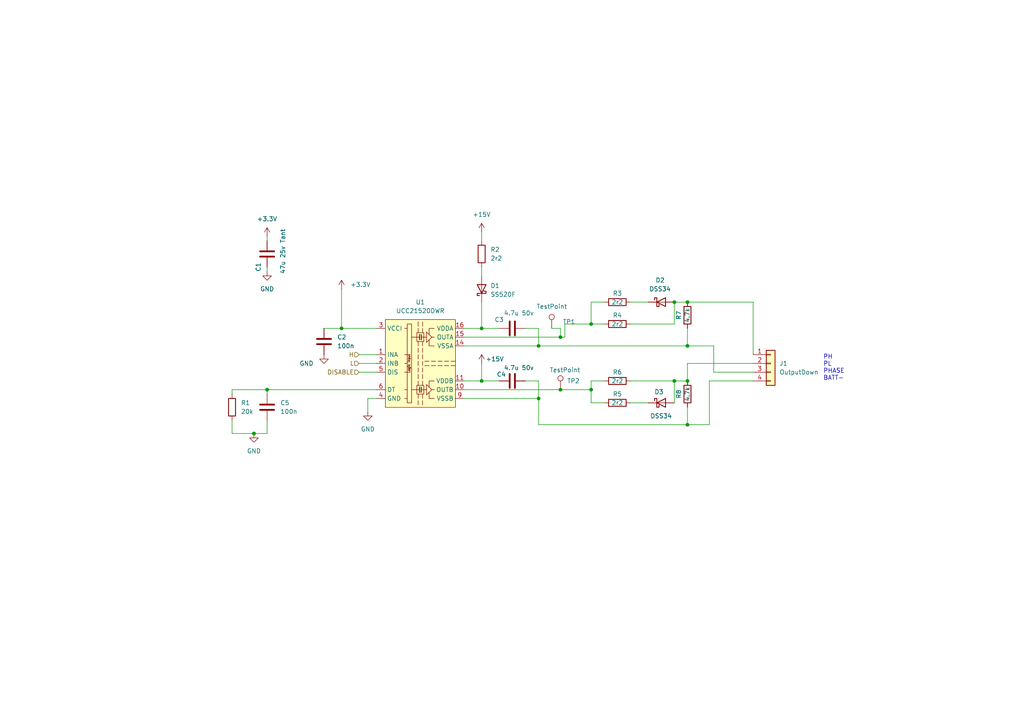
<source format=kicad_sch>
(kicad_sch (version 20230121) (generator eeschema)
  (paper "A4")
  (lib_symbols
    (symbol "Connector:TestPoint" (pin_numbers hide) (pin_names (offset 0.762) hide)
      (property "Reference" "TP" (at 0 6.858 0))
      (property "Value" "TestPoint" (at 0 5.08 0))
      (symbol "TestPoint_0_1"
        (circle (center 0 3.302) (radius 0.762))
      )
      (symbol "TestPoint_1_1"
        (pin passive line (at 0 0 90) (length 2.54) (name "1") (number "1"))
      )
    )
    (symbol "Connector_Generic:Conn_01x04" (pin_names (offset 1.016) hide)
      (property "Reference" "J" (at 0 5.08 0))
      (property "Value" "Conn_01x04" (at 0 -7.62 0))
      (symbol "Conn_01x04_1_1"
        (rectangle (start -1.27 -4.953) (end 0 -5.207) (stroke (width 0.1524)))
        (rectangle (start -1.27 -2.413) (end 0 -2.667) (stroke (width 0.1524)))
        (rectangle (start -1.27 0.127) (end 0 -0.127) (stroke (width 0.1524)))
        (rectangle (start -1.27 2.667) (end 0 2.413) (stroke (width 0.1524)))
        (rectangle (start -1.27 3.81) (end 1.27 -6.35) (stroke (width 0.254)) (fill (type background)))
        (pin passive line (at -5.08 2.54 0) (length 3.81) (name "Pin_1") (number "1"))
        (pin passive line (at -5.08 0 0) (length 3.81) (name "Pin_2") (number "2"))
        (pin passive line (at -5.08 -2.54 0) (length 3.81) (name "Pin_3") (number "3"))
        (pin passive line (at -5.08 -5.08 0) (length 3.81) (name "Pin_4") (number "4"))
      )
    )
    (symbol "Device:C" (pin_numbers hide) (pin_names (offset 0.254))
      (property "Reference" "C" (at 0.635 2.54 0))
      (property "Value" "C" (at 0.635 -2.54 0))
      (symbol "C_0_1"
        (polyline (pts (xy -2.032 -0.762) (xy 2.032 -0.762)) (stroke (width 0.508)))
        (polyline (pts (xy -2.032 0.762) (xy 2.032 0.762)) (stroke (width 0.508)))
      )
      (symbol "C_1_1"
        (pin passive line (at 0 3.81 270) (length 2.794) (name "~") (number "1"))
        (pin passive line (at 0 -3.81 90) (length 2.794) (name "~") (number "2"))
      )
    )
    (symbol "Device:D_Schottky" (pin_numbers hide) (pin_names (offset 1.016) hide)
      (property "Reference" "D" (at 0 2.54 0))
      (property "Value" "D_Schottky" (at 0 -2.54 0))
      (symbol "D_Schottky_0_1"
        (polyline (pts (xy 1.27 0) (xy -1.27 0)))
        (polyline (pts (xy 1.27 1.27) (xy 1.27 -1.27) (xy -1.27 0) (xy 1.27 1.27)) (stroke (width 0.254)))
        (polyline (pts (xy -1.905 0.635) (xy -1.905 1.27) (xy -1.27 1.27) (xy -1.27 -1.27) (xy -0.635 -1.27) (xy -0.635 -0.635)) (stroke (width 0.254)))
      )
      (symbol "D_Schottky_1_1"
        (pin passive line (at -3.81 0 0) (length 2.54) (name "K") (number "1"))
        (pin passive line (at 3.81 0 180) (length 2.54) (name "A") (number "2"))
      )
    )
    (symbol "Device:R" (pin_numbers hide) (pin_names (offset 0))
      (property "Reference" "R" (at 2.032 0 90))
      (property "Value" "R" (at 0 0 90))
      (symbol "R_0_1"
        (rectangle (start -1.016 -2.54) (end 1.016 2.54) (stroke (width 0.254)))
      )
      (symbol "R_1_1"
        (pin passive line (at 0 3.81 270) (length 1.27) (name "~") (number "1"))
        (pin passive line (at 0 -3.81 90) (length 1.27) (name "~") (number "2"))
      )
    )
    (symbol "Driver_FET:UCC21520DW"
      (property "Reference" "U" (at 0 16.51 0))
      (property "Value" "UCC21520DW" (at 0 13.97 0))
      (symbol "UCC21520DW_0_0"
        (polyline (pts (xy -0.635 6.35) (xy -0.635 5.08)))
        (polyline (pts (xy -0.635 10.16) (xy -0.635 8.89)))
        (polyline (pts (xy -0.635 12.065) (xy -0.635 10.795)))
        (polyline (pts (xy -0.254 -7.62) (xy -2.54 -7.62)))
        (polyline (pts (xy -0.254 -6.858) (xy -0.254 -8.382)) (stroke (width 0.254)))
        (polyline (pts (xy -0.254 7.62) (xy -2.54 7.62)))
        (polyline (pts (xy -0.254 8.382) (xy -0.254 6.858)) (stroke (width 0.254)))
        (polyline (pts (xy 0.254 -7.62) (xy 1.778 -7.62)))
        (polyline (pts (xy 0.254 -6.858) (xy 0.254 -8.382)) (stroke (width 0.254)))
        (polyline (pts (xy 0.254 7.62) (xy 1.778 7.62)))
        (polyline (pts (xy 0.254 8.382) (xy 0.254 6.858)) (stroke (width 0.254)))
        (polyline (pts (xy 0.635 6.35) (xy 0.635 5.08)))
        (polyline (pts (xy 0.635 8.89) (xy 0.635 10.16)))
        (polyline (pts (xy 0.635 10.795) (xy 0.635 12.065)))
        (polyline (pts (xy 2.54 -0.635) (xy 1.27 -0.635)))
        (polyline (pts (xy 2.54 0.635) (xy 1.27 0.635)))
        (polyline (pts (xy 4.064 -7.62) (xy 3.302 -7.62)))
        (polyline (pts (xy 4.064 7.62) (xy 3.302 7.62)))
        (polyline (pts (xy 4.445 -0.635) (xy 3.175 -0.635)))
        (polyline (pts (xy 4.445 0.635) (xy 3.175 0.635)))
        (polyline (pts (xy 6.35 -0.635) (xy 5.08 -0.635)))
        (polyline (pts (xy 6.35 0.635) (xy 5.08 0.635)))
        (polyline (pts (xy 8.255 -0.635) (xy 6.985 -0.635)))
        (polyline (pts (xy 8.255 0.635) (xy 6.985 0.635)))
        (polyline (pts (xy 10.16 -0.635) (xy 8.89 -0.635)))
        (polyline (pts (xy 10.16 0.635) (xy 8.89 0.635)))
        (polyline (pts (xy 4.064 -10.16) (xy 2.54 -10.16) (xy 2.54 -8.382)))
        (polyline (pts (xy 4.064 -5.08) (xy 2.54 -5.08) (xy 2.54 -6.858)))
        (polyline (pts (xy 4.064 5.08) (xy 2.54 5.08) (xy 2.54 6.858)))
        (polyline (pts (xy 4.064 10.16) (xy 2.54 10.16) (xy 2.54 8.382)))
        (polyline (pts (xy 3.302 -7.62) (xy 1.778 -9.144) (xy 1.778 -6.096) (xy 3.302 -7.62)))
        (polyline (pts (xy 3.302 7.62) (xy 1.778 6.096) (xy 1.778 9.144) (xy 3.302 7.62)))
        (rectangle (start 1.016 -6.35) (end -1.016 -8.89))
        (rectangle (start 1.016 8.89) (end -1.016 6.35))
        (text "Logic Input" (at -3.302 0 900) (effects (font (size 0.635 0.635))))
      )
      (symbol "UCC21520DW_0_1"
        (rectangle (start -3.81 11.43) (end -2.54 -11.43))
        (polyline (pts (xy -3.81 -10.16) (xy -4.572 -10.16)))
        (polyline (pts (xy -3.81 -7.62) (xy -4.572 -7.62)))
        (polyline (pts (xy -3.81 -2.54) (xy -4.572 -2.54)))
        (polyline (pts (xy -3.81 0) (xy -4.572 0)))
        (polyline (pts (xy -3.81 2.54) (xy -4.572 2.54)))
        (polyline (pts (xy -3.81 10.16) (xy -4.572 10.16)))
        (polyline (pts (xy -0.635 -10.795) (xy -0.635 -12.065)))
        (polyline (pts (xy -0.635 -8.89) (xy -0.635 -10.16)))
        (polyline (pts (xy -0.635 -5.08) (xy -0.635 -6.35)))
        (polyline (pts (xy -0.635 -3.175) (xy -0.635 -4.445)))
        (polyline (pts (xy -0.635 -1.27) (xy -0.635 -2.54)))
        (polyline (pts (xy -0.635 0.635) (xy -0.635 -0.635)))
        (polyline (pts (xy -0.635 2.54) (xy -0.635 1.27)))
        (polyline (pts (xy -0.635 4.445) (xy -0.635 3.175)))
        (polyline (pts (xy 0.635 -10.795) (xy 0.635 -12.065)))
        (polyline (pts (xy 0.635 -8.89) (xy 0.635 -10.16)))
        (polyline (pts (xy 0.635 -5.08) (xy 0.635 -6.35)))
        (polyline (pts (xy 0.635 -3.175) (xy 0.635 -4.445)))
        (polyline (pts (xy 0.635 -1.27) (xy 0.635 -2.54)))
        (polyline (pts (xy 0.635 0.635) (xy 0.635 -0.635)))
        (polyline (pts (xy 0.635 2.54) (xy 0.635 1.27)))
        (polyline (pts (xy 0.635 4.445) (xy 0.635 3.175)))
        (rectangle (start 10.16 12.7) (end -10.16 -12.7) (fill (type background)))
      )
      (symbol "UCC21520DW_1_1"
        (pin input line (at -12.7 2.54 0) (length 2.54) (name "INA") (number "1"))
        (pin output line (at 12.7 -7.62 180) (length 2.54) (name "OUTB") (number "10"))
        (pin power_in line (at 12.7 -5.08 180) (length 2.54) (name "VDDB") (number "11"))
        (pin no_connect line (at 10.16 -2.54 180) (length 2.54) hide (name "NC") (number "12"))
        (pin no_connect line (at 10.16 2.54 180) (length 2.54) hide (name "NC") (number "13"))
        (pin power_in line (at 12.7 5.08 180) (length 2.54) (name "VSSA") (number "14"))
        (pin output line (at 12.7 7.62 180) (length 2.54) (name "OUTA") (number "15"))
        (pin power_in line (at 12.7 10.16 180) (length 2.54) (name "VDDA") (number "16"))
        (pin input line (at -12.7 0 0) (length 2.54) (name "INB") (number "2"))
        (pin power_in line (at -12.7 10.16 0) (length 2.54) (name "VCCI") (number "3"))
        (pin power_in line (at -12.7 -10.16 0) (length 2.54) (name "GND") (number "4"))
        (pin input line (at -12.7 -2.54 0) (length 2.54) (name "DIS") (number "5"))
        (pin passive line (at -12.7 -7.62 0) (length 2.54) (name "DT") (number "6"))
        (pin no_connect line (at -10.16 -5.08 0) (length 2.54) hide (name "NC") (number "7"))
        (pin passive line (at -12.7 10.16 0) (length 2.54) hide (name "VCCI") (number "8"))
        (pin power_in line (at 12.7 -10.16 180) (length 2.54) (name "VSSB") (number "9"))
      )
    )
    (symbol "power:+15V" (power) (pin_names (offset 0))
      (property "Value" "+15V" (at 0 3.556 0))
      (symbol "+15V_0_1"
        (polyline (pts (xy -0.762 1.27) (xy 0 2.54)))
        (polyline (pts (xy 0 0) (xy 0 2.54)))
        (polyline (pts (xy 0 2.54) (xy 0.762 1.27)))
      )
      (symbol "+15V_1_1"
        (pin power_in line (at 0 0 90) (length 0) hide (name "+15V") (number "1"))
      )
    )
    (symbol "power:+3.3V" (power) (pin_names (offset 0))
      (property "Value" "+3.3V" (at 0 3.556 0))
      (symbol "+3.3V_0_1"
        (polyline (pts (xy -0.762 1.27) (xy 0 2.54)))
        (polyline (pts (xy 0 0) (xy 0 2.54)))
        (polyline (pts (xy 0 2.54) (xy 0.762 1.27)))
      )
      (symbol "+3.3V_1_1"
        (pin power_in line (at 0 0 90) (length 0) hide (name "+3.3V") (number "1"))
      )
    )
    (symbol "power:GND" (power) (pin_names (offset 0))
      (property "Value" "GND" (at 0 -3.81 0))
      (symbol "GND_0_1"
        (polyline (pts (xy 0 0) (xy 0 -1.27) (xy 1.27 -1.27) (xy 0 -2.54) (xy -1.27 -1.27) (xy 0 -1.27)))
      )
      (symbol "GND_1_1"
        (pin power_in line (at 0 0 270) (length 0) hide (name "GND") (number "1"))
      )
    )
  )
  (junction (at 195.58 87.63))
  (junction (at 162.56 113.03))
  (junction (at 77.47 113.03))
  (junction (at 195.58 110.49))
  (junction (at 139.7 110.49))
  (junction (at 199.39 87.63))
  (junction (at 199.39 110.49))
  (junction (at 199.39 123.19))
  (junction (at 156.21 115.57))
  (junction (at 162.56 97.79))
  (junction (at 73.66 125.73))
  (junction (at 156.21 100.33))
  (junction (at 199.39 100.33))
  (junction (at 139.7 95.25))
  (junction (at 171.45 93.98))
  (junction (at 99.06 95.25))
  (junction (at 171.45 113.03))
  (wire (pts (xy 195.58 110.49) (xy 195.58 116.84)))
  (wire (pts (xy 207.01 107.95) (xy 207.01 100.33)))
  (wire (pts (xy 77.47 113.03) (xy 77.47 114.3)))
  (wire (pts (xy 163.83 97.79) (xy 163.83 93.98)))
  (wire (pts (xy 195.58 87.63) (xy 195.58 93.98)))
  (wire (pts (xy 195.58 110.49) (xy 199.39 110.49)))
  (wire (pts (xy 171.45 113.03) (xy 171.45 116.84)))
  (wire (pts (xy 67.31 114.3) (xy 67.31 113.03)))
  (wire (pts (xy 162.56 113.03) (xy 171.45 113.03)))
  (wire (pts (xy 134.62 115.57) (xy 156.21 115.57)))
  (wire (pts (xy 171.45 116.84) (xy 175.26 116.84)))
  (wire (pts (xy 218.44 105.41) (xy 199.39 105.41)))
  (wire (pts (xy 134.62 110.49) (xy 139.7 110.49)))
  (wire (pts (xy 171.45 87.63) (xy 175.26 87.63)))
  (wire (pts (xy 218.44 107.95) (xy 207.01 107.95)))
  (wire (pts (xy 182.88 87.63) (xy 187.96 87.63)))
  (wire (pts (xy 67.31 113.03) (xy 77.47 113.03)))
  (wire (pts (xy 77.47 121.92) (xy 77.47 125.73)))
  (wire (pts (xy 77.47 68.58) (xy 77.47 69.85)))
  (wire (pts (xy 134.62 95.25) (xy 139.7 95.25)))
  (wire (pts (xy 171.45 93.98) (xy 171.45 87.63)))
  (wire (pts (xy 67.31 125.73) (xy 73.66 125.73)))
  (wire (pts (xy 218.44 87.63) (xy 218.44 102.87)))
  (wire (pts (xy 134.62 97.79) (xy 162.56 97.79)))
  (wire (pts (xy 175.26 93.98) (xy 171.45 93.98)))
  (wire (pts (xy 199.39 118.11) (xy 199.39 123.19)))
  (wire (pts (xy 195.58 93.98) (xy 182.88 93.98)))
  (wire (pts (xy 205.74 110.49) (xy 218.44 110.49)))
  (wire (pts (xy 171.45 110.49) (xy 171.45 113.03)))
  (wire (pts (xy 139.7 67.31) (xy 139.7 69.85)))
  (wire (pts (xy 77.47 77.47) (xy 77.47 78.74)))
  (wire (pts (xy 99.06 95.25) (xy 109.22 95.25)))
  (wire (pts (xy 106.68 115.57) (xy 106.68 119.38)))
  (wire (pts (xy 139.7 105.41) (xy 139.7 110.49)))
  (wire (pts (xy 104.14 102.87) (xy 109.22 102.87)))
  (wire (pts (xy 199.39 87.63) (xy 218.44 87.63)))
  (wire (pts (xy 199.39 105.41) (xy 199.39 110.49)))
  (wire (pts (xy 199.39 123.19) (xy 205.74 123.19)))
  (wire (pts (xy 99.06 83.82) (xy 99.06 95.25)))
  (wire (pts (xy 139.7 87.63) (xy 139.7 95.25)))
  (wire (pts (xy 156.21 110.49) (xy 156.21 115.57)))
  (wire (pts (xy 134.62 100.33) (xy 156.21 100.33)))
  (wire (pts (xy 156.21 95.25) (xy 152.4 95.25)))
  (wire (pts (xy 93.98 95.25) (xy 99.06 95.25)))
  (wire (pts (xy 199.39 95.25) (xy 199.39 100.33)))
  (wire (pts (xy 77.47 113.03) (xy 109.22 113.03)))
  (wire (pts (xy 182.88 116.84) (xy 187.96 116.84)))
  (wire (pts (xy 104.14 105.41) (xy 109.22 105.41)))
  (wire (pts (xy 139.7 110.49) (xy 144.78 110.49)))
  (wire (pts (xy 207.01 100.33) (xy 199.39 100.33)))
  (wire (pts (xy 134.62 113.03) (xy 162.56 113.03)))
  (wire (pts (xy 77.47 125.73) (xy 73.66 125.73)))
  (wire (pts (xy 162.56 97.79) (xy 163.83 97.79)))
  (wire (pts (xy 109.22 115.57) (xy 106.68 115.57)))
  (wire (pts (xy 104.14 107.95) (xy 109.22 107.95)))
  (wire (pts (xy 139.7 95.25) (xy 144.78 95.25)))
  (wire (pts (xy 152.4 110.49) (xy 156.21 110.49)))
  (wire (pts (xy 171.45 110.49) (xy 175.26 110.49)))
  (wire (pts (xy 199.39 123.19) (xy 156.21 123.19)))
  (wire (pts (xy 139.7 77.47) (xy 139.7 80.01)))
  (wire (pts (xy 156.21 100.33) (xy 156.21 95.25)))
  (wire (pts (xy 182.88 110.49) (xy 195.58 110.49)))
  (wire (pts (xy 162.56 95.25) (xy 162.56 97.79)))
  (wire (pts (xy 160.02 95.25) (xy 162.56 95.25)))
  (wire (pts (xy 156.21 115.57) (xy 156.21 123.19)))
  (wire (pts (xy 67.31 121.92) (xy 67.31 125.73)))
  (wire (pts (xy 205.74 123.19) (xy 205.74 110.49)))
  (wire (pts (xy 156.21 100.33) (xy 199.39 100.33)))
  (wire (pts (xy 195.58 87.63) (xy 199.39 87.63)))
  (wire (pts (xy 163.83 93.98) (xy 171.45 93.98)))
  (text "PH\nPL\nPHASE\nBATT-" (at 238.76 110.49 0) (effects (font (size 1.27 1.27)) (justify left bottom)))
  (hierarchical_label "DISABLE" (shape input) (at 104.14 107.95 180))
  (hierarchical_label "L" (shape input) (at 104.14 105.41 180))
  (hierarchical_label "H" (shape input) (at 104.14 102.87 180))
  (symbol (lib_id "Device:R") (at 139.7 73.66 0) (unit 1)
    (property "Reference" "R2" (at 142.24 72.39 0) (effects (justify left)))
    (property "Value" "2r2" (at 142.24 74.93 0) (effects (justify left)))
    (property "Footprint" "Resistor_SMD:R_0805_2012Metric" (effects hide))
    (property "MPN" "C17521" (effects hide))
    (instances (project "UCC21520DWR" (path "" (reference "R2") (unit 1))) (project "GigaVescDrivers" (path "" (reference "R17") (unit 1)) (path "" (reference "R25") (unit 1)) (path "" (reference "R35") (unit 1))) (project "Barebone" (path "" (reference "R34") (unit 1)) (path "" (reference "R42") (unit 1)) (path "" (reference "R50") (unit 1))))
  )
  (symbol (lib_id "Device:C") (at 148.59 95.25 90) (unit 1)
    (property "Reference" "C3" (at 144.78 92.71 90))
    (property "Value" "4.7u 50v" (at 150.495 90.805 90))
    (property "Footprint" "Capacitor_SMD:C_1206_3216Metric" (effects hide))
    (property "MPN" "C29823" (effects hide))
    (instances (project "UCC21520DWR" (path "" (reference "C3") (unit 1))) (project "GigaVescDrivers" (path "" (reference "C25") (unit 1)) (path "" (reference "C26") (unit 1)) (path "" (reference "C27") (unit 1))) (project "Barebone" (path "" (reference "C55") (unit 1)) (path "" (reference "C60") (unit 1)) (path "" (reference "C65") (unit 1))))
  )
  (symbol (lib_id "Device:C") (at 77.47 73.66 180) (unit 1)
    (property "Reference" "C1" (at 74.93 77.47 90))
    (property "Value" "47u 25v Tant" (at 82.042 72.898 90))
    (property "Footprint" "Capacitor_Tantalum_SMD:CP_EIA-7343-31_Kemet-D" (effects hide))
    (property "MPN" "C117039" (effects hide))
    (instances (project "UCC21520DWR" (path "" (reference "C1") (unit 1))) (project "GigaVescDrivers" (path "" (reference "C14") (unit 1)) (path "" (reference "C18") (unit 1)) (path "" (reference "C19") (unit 1))) (project "Barebone" (path "" (reference "C21") (unit 1)) (path "" (reference "C57") (unit 1)) (path "" (reference "C62") (unit 1))))
  )
  (symbol (lib_id "Device:D_Schottky") (at 191.77 116.84 0) (unit 1)
    (property "Reference" "D3" (at 191.135 113.665 0))
    (property "Value" "DSS34" (at 191.77 120.65 0))
    (property "Footprint" "Diode_SMD:D_SOD-123F" (effects hide))
    (property "MPN" "C511866" (effects hide))
    (instances (project "UCC21520DWR" (path "" (reference "D3") (unit 1))) (project "GigaVescDrivers" (path "" (reference "D13") (unit 1)) (path "" (reference "D18") (unit 1)) (path "" (reference "D29") (unit 1))) (project "Barebone" (path "" (reference "D5") (unit 1)) (path "" (reference "D8") (unit 1)) (path "" (reference "D14") (unit 1))))
  )
  (symbol (lib_id "Device:C") (at 93.98 99.06 0) (unit 1)
    (property "Reference" "C2" (at 97.79 97.79 0) (effects (justify left)))
    (property "Value" "100n" (at 97.79 100.33 0) (effects (justify left)))
    (property "Footprint" "Capacitor_SMD:C_0805_2012Metric" (effects hide))
    (instances (project "UCC21520DWR" (path "" (reference "C2") (unit 1))) (project "GigaVescDrivers" (path "" (reference "C8") (unit 1)) (path "" (reference "C12") (unit 1)) (path "" (reference "C17") (unit 1))) (project "Barebone" (path "" (reference "C54") (unit 1)) (path "" (reference "C59") (unit 1)) (path "" (reference "C64") (unit 1))))
  )
  (symbol (lib_id "power:GND") (at 93.98 102.87 0) (unit 1)
    (property "Reference" "#PWR06" (effects hide))
    (property "Value" "GND" (at 88.9 105.41 0))
    (instances (project "UCC21520DWR" (path "" (reference "#PWR06") (unit 1))) (project "GigaVescDrivers" (path "" (reference "#PWR027") (unit 1)) (path "" (reference "#PWR037") (unit 1)) (path "" (reference "#PWR050") (unit 1))) (project "Barebone" (path "" (reference "#PWR031") (unit 1)) (path "" (reference "#PWR0106") (unit 1)) (path "" (reference "#PWR0121") (unit 1))))
  )
  (symbol (lib_id "Device:D_Schottky") (at 139.7 83.82 90) (unit 1)
    (property "Reference" "D1" (at 142.24 82.8675 90) (effects (justify right)))
    (property "Value" "SS520F" (at 142.24 85.4075 90) (effects (justify right)))
    (property "Footprint" "Diode_SMD:D_SMA" (effects hide))
    (property "MPN" "C353179" (effects hide))
    (instances (project "UCC21520DWR" (path "" (reference "D1") (unit 1))) (project "GigaVescDrivers" (path "" (reference "D14") (unit 1)) (path "" (reference "D16") (unit 1)) (path "" (reference "D27") (unit 1))) (project "Barebone" (path "" (reference "D3") (unit 1)) (path "" (reference "D6") (unit 1)) (path "" (reference "D9") (unit 1))))
  )
  (symbol (lib_id "power:+15V") (at 139.7 105.41 0) (unit 1)
    (property "Reference" "#PWR08" (effects hide))
    (property "Value" "+15V" (at 143.51 104.14 0))
    (instances (project "UCC21520DWR" (path "" (reference "#PWR08") (unit 1))) (project "GigaVescDrivers" (path "" (reference "#PWR024") (unit 1)) (path "" (reference "#PWR038") (unit 1)) (path "" (reference "#PWR051") (unit 1))) (project "Barebone" (path "" (reference "#PWR090") (unit 1)) (path "" (reference "#PWR0111") (unit 1)) (path "" (reference "#PWR0126") (unit 1))))
  )
  (symbol (lib_id "Device:C") (at 148.59 110.49 90) (unit 1)
    (property "Reference" "C4" (at 145.415 108.585 90))
    (property "Value" "4.7u 50v" (at 150.495 106.68 90))
    (property "Footprint" "Capacitor_SMD:C_1206_3216Metric" (effects hide))
    (property "MPN" "C29823" (effects hide))
    (instances (project "UCC21520DWR" (path "" (reference "C4") (unit 1))) (project "GigaVescDrivers" (path "" (reference "C9") (unit 1)) (path "" (reference "C10") (unit 1)) (path "" (reference "C13") (unit 1))) (project "Barebone" (path "" (reference "C56") (unit 1)) (path "" (reference "C61") (unit 1)) (path "" (reference "C66") (unit 1))))
  )
  (symbol (lib_id "Device:R") (at 179.07 116.84 90) (unit 1)
    (property "Reference" "R5" (at 179.07 114.3 90))
    (property "Value" "2r2" (at 179.07 116.84 90))
    (property "Footprint" "Resistor_SMD:R_0805_2012Metric" (effects hide))
    (instances (project "UCC21520DWR" (path "" (reference "R5") (unit 1))) (project "GigaVescDrivers" (path "" (reference "R21") (unit 1)) (path "" (reference "R28") (unit 1)) (path "" (reference "R38") (unit 1))) (project "Barebone" (path "" (reference "R38") (unit 1)) (path "" (reference "R46") (unit 1)) (path "" (reference "R54") (unit 1))))
  )
  (symbol (lib_id "Driver_FET:UCC21520DW") (at 121.92 105.41 0) (unit 1)
    (property "Reference" "U1" (at 121.92 87.63 0))
    (property "Value" "UCC21520DWR" (at 121.92 90.17 0))
    (property "Footprint" "Package_SO:SOIC-16W_7.5x10.3mm_P1.27mm" (effects hide))
    (property "Datasheet" "http://www.ti.com/lit/ds/symlink/ucc21520.pdf" (effects hide))
    (property "MPN" "C601651" (effects hide))
    (property "JlcRotOffset" "-90" (effects hide))
    (instances (project "UCC21520DWR" (path "" (reference "U1") (unit 1))) (project "Barebone" (path "" (reference "U4") (unit 1)) (path "" (reference "U5") (unit 1)) (path "" (reference "U13") (unit 1))))
  )
  (symbol (lib_id "power:GND") (at 77.47 78.74 0) (unit 1)
    (property "Reference" "#PWR02" (effects hide))
    (property "Value" "GND" (at 77.47 83.82 0))
    (instances (project "UCC21520DWR" (path "" (reference "#PWR02") (unit 1))) (project "GigaVescDrivers" (path "" (reference "#PWR026") (unit 1)) (path "" (reference "#PWR033") (unit 1)) (path "" (reference "#PWR046") (unit 1))) (project "Barebone" (path "" (reference "#PWR028") (unit 1)) (path "" (reference "#PWR0104") (unit 1)) (path "" (reference "#PWR0113") (unit 1))))
  )
  (symbol (lib_id "power:GND") (at 73.66 125.73 0) (unit 1)
    (property "Reference" "#PWR05" (effects hide))
    (property "Value" "GND" (at 73.66 130.81 0))
    (instances (project "UCC21520DWR" (path "" (reference "#PWR05") (unit 1))) (project "GigaVescDrivers" (path "" (reference "#PWR027") (unit 1)) (path "" (reference "#PWR037") (unit 1)) (path "" (reference "#PWR050") (unit 1))) (project "Barebone" (path "" (reference "#PWR029") (unit 1)) (path "" (reference "#PWR0105") (unit 1)) (path "" (reference "#PWR0114") (unit 1))))
  )
  (symbol (lib_id "power:GND") (at 106.68 119.38 0) (unit 1)
    (property "Reference" "#PWR03" (effects hide))
    (property "Value" "GND" (at 106.68 124.46 0))
    (instances (project "UCC21520DWR" (path "" (reference "#PWR03") (unit 1))) (project "GigaVescDrivers" (path "" (reference "#PWR027") (unit 1)) (path "" (reference "#PWR037") (unit 1)) (path "" (reference "#PWR050") (unit 1))) (project "Barebone" (path "" (reference "#PWR033") (unit 1)) (path "" (reference "#PWR0109") (unit 1)) (path "" (reference "#PWR0124") (unit 1))))
  )
  (symbol (lib_id "Device:R") (at 199.39 91.44 180) (unit 1)
    (property "Reference" "R7" (at 196.85 91.44 90))
    (property "Value" "4.7k" (at 199.39 91.44 90))
    (property "Footprint" "Resistor_SMD:R_0805_2012Metric" (effects hide))
    (property "MPN" "C17673" (effects hide))
    (instances (project "UCC21520DWR" (path "" (reference "R7") (unit 1))) (project "GigaVescDrivers" (path "" (reference "R20") (unit 1)) (path "" (reference "R30") (unit 1)) (path "" (reference "R40") (unit 1))) (project "Barebone" (path "" (reference "R39") (unit 1)) (path "" (reference "R47") (unit 1)) (path "" (reference "R55") (unit 1))))
  )
  (symbol (lib_id "power:+15V") (at 139.7 67.31 0) (unit 1)
    (property "Reference" "#PWR07" (effects hide))
    (property "Value" "+15V" (at 139.7 62.23 0))
    (instances (project "UCC21520DWR" (path "" (reference "#PWR07") (unit 1))) (project "GigaVescDrivers" (path "" (reference "#PWR024") (unit 1)) (path "" (reference "#PWR038") (unit 1)) (path "" (reference "#PWR051") (unit 1))) (project "Barebone" (path "" (reference "#PWR034") (unit 1)) (path "" (reference "#PWR0110") (unit 1)) (path "" (reference "#PWR0125") (unit 1))))
  )
  (symbol (lib_id "Connector:TestPoint") (at 162.56 113.03 0) (unit 1)
    (property "Reference" "TP2" (at 164.465 110.49 0) (effects (justify left)))
    (property "Value" "TestPoint" (at 159.385 107.315 0) (effects (justify left)))
    (property "Footprint" "TestPoint:TestPoint_Pad_D1.0mm" (effects hide))
    (instances (project "UCC21520DWR" (path "" (reference "TP2") (unit 1))) (project "Barebone" (path "" (reference "TP2") (unit 1)) (path "" (reference "TP4") (unit 1)) (path "" (reference "TP6") (unit 1))))
  )
  (symbol (lib_id "Device:R") (at 67.31 118.11 0) (unit 1)
    (property "Reference" "R1" (at 69.85 116.84 0) (effects (justify left)))
    (property "Value" "20k" (at 69.85 119.38 0) (effects (justify left)))
    (property "Footprint" "Resistor_SMD:R_0805_2012Metric" (effects hide))
    (property "MPN" "C4328" (effects hide))
    (instances (project "UCC21520DWR" (path "" (reference "R1") (unit 1))) (project "GigaVescDrivers" (path "" (reference "R16") (unit 1)) (path "" (reference "R24") (unit 1)) (path "" (reference "R34") (unit 1))) (project "Barebone" (path "" (reference "R33") (unit 1)) (path "" (reference "R41") (unit 1)) (path "" (reference "R49") (unit 1))))
  )
  (symbol (lib_id "Connector_Generic:Conn_01x04") (at 223.52 105.41 0) (unit 1)
    (property "Reference" "J1" (at 226.06 105.41 0) (effects (justify left)))
    (property "Value" "OutputDown" (at 226.06 107.95 0) (effects (justify left)))
    (property "Footprint" "Connector_PinHeader_2.54mm:PinHeader_2x02_P2.54mm_Vertical_SMD" (effects hide))
    (instances (project "Mini" (path "" (reference "J1") (unit 1))) (project "Barebone" (path "" (reference "J26") (unit 1)) (path "" (reference "J27") (unit 1)) (path "" (reference "J28") (unit 1))))
  )
  (symbol (lib_id "Device:C") (at 77.47 118.11 0) (unit 1)
    (property "Reference" "C5" (at 81.28 116.84 0) (effects (justify left)))
    (property "Value" "100n" (at 81.28 119.38 0) (effects (justify left)))
    (property "Footprint" "Capacitor_SMD:C_0805_2012Metric" (effects hide))
    (instances (project "UCC21520DWR" (path "" (reference "C5") (unit 1))) (project "GigaVescDrivers" (path "" (reference "C8") (unit 1)) (path "" (reference "C12") (unit 1)) (path "" (reference "C17") (unit 1))) (project "Barebone" (path "" (reference "C22") (unit 1)) (path "" (reference "C58") (unit 1)) (path "" (reference "C63") (unit 1))))
  )
  (symbol (lib_id "Device:D_Schottky") (at 191.77 87.63 0) (unit 1)
    (property "Reference" "D2" (at 191.4525 81.28 0))
    (property "Value" "DSS34" (at 191.4525 83.82 0))
    (property "Footprint" "Diode_SMD:D_SOD-123F" (effects hide))
    (instances (project "UCC21520DWR" (path "" (reference "D2") (unit 1))) (project "GigaVescDrivers" (path "" (reference "D15") (unit 1)) (path "" (reference "D17") (unit 1)) (path "" (reference "D28") (unit 1))) (project "Barebone" (path "" (reference "D4") (unit 1)) (path "" (reference "D7") (unit 1)) (path "" (reference "D13") (unit 1))))
  )
  (symbol (lib_id "Device:R") (at 179.07 110.49 90) (unit 1)
    (property "Reference" "R6" (at 179.07 107.95 90))
    (property "Value" "2r2" (at 179.07 110.49 90))
    (property "Footprint" "Resistor_SMD:R_0805_2012Metric" (effects hide))
    (instances (project "UCC21520DWR" (path "" (reference "R6") (unit 1))) (project "GigaVescDrivers" (path "" (reference "R22") (unit 1)) (path "" (reference "R29") (unit 1)) (path "" (reference "R39") (unit 1))) (project "Barebone" (path "" (reference "R37") (unit 1)) (path "" (reference "R45") (unit 1)) (path "" (reference "R53") (unit 1))))
  )
  (symbol (lib_id "Device:R") (at 179.07 93.98 90) (unit 1)
    (property "Reference" "R4" (at 179.07 91.44 90))
    (property "Value" "2r2" (at 179.07 93.98 90))
    (property "Footprint" "Resistor_SMD:R_0805_2012Metric" (effects hide))
    (instances (project "UCC21520DWR" (path "" (reference "R4") (unit 1))) (project "GigaVescDrivers" (path "" (reference "R19") (unit 1)) (path "" (reference "R27") (unit 1)) (path "" (reference "R37") (unit 1))) (project "Barebone" (path "" (reference "R36") (unit 1)) (path "" (reference "R44") (unit 1)) (path "" (reference "R52") (unit 1))))
  )
  (symbol (lib_id "power:+3.3V") (at 99.06 83.82 0) (unit 1)
    (property "Reference" "#PWR04" (effects hide))
    (property "Value" "+3.3V" (at 101.6 82.55 0) (effects (justify left)))
    (instances (project "UCC21520DWR" (path "" (reference "#PWR04") (unit 1))) (project "GigaVescDrivers" (path "" (reference "#PWR028") (unit 1)) (path "" (reference "#PWR035") (unit 1)) (path "" (reference "#PWR048") (unit 1))) (project "Barebone" (path "" (reference "#PWR032") (unit 1)) (path "" (reference "#PWR0108") (unit 1)) (path "" (reference "#PWR0123") (unit 1))))
  )
  (symbol (lib_id "Connector:TestPoint") (at 160.02 95.25 0) (unit 1)
    (property "Reference" "TP1" (at 163.195 93.345 0) (effects (justify left)))
    (property "Value" "TestPoint" (at 155.575 88.9 0) (effects (justify left)))
    (property "Footprint" "TestPoint:TestPoint_Pad_D1.0mm" (effects hide))
    (instances (project "UCC21520DWR" (path "" (reference "TP1") (unit 1))) (project "Barebone" (path "" (reference "TP1") (unit 1)) (path "" (reference "TP3") (unit 1)) (path "" (reference "TP5") (unit 1))))
  )
  (symbol (lib_id "Device:R") (at 199.39 114.3 180) (unit 1)
    (property "Reference" "R8" (at 196.85 114.3 90))
    (property "Value" "4.7k" (at 199.39 114.3 90))
    (property "Footprint" "Resistor_SMD:R_0805_2012Metric" (effects hide))
    (instances (project "UCC21520DWR" (path "" (reference "R8") (unit 1))) (project "GigaVescDrivers" (path "" (reference "R23") (unit 1)) (path "" (reference "R31") (unit 1)) (path "" (reference "R41") (unit 1))) (project "Barebone" (path "" (reference "R40") (unit 1)) (path "" (reference "R48") (unit 1)) (path "" (reference "R56") (unit 1))))
  )
  (symbol (lib_id "Device:R") (at 179.07 87.63 90) (unit 1)
    (property "Reference" "R3" (at 179.07 85.09 90))
    (property "Value" "2r2" (at 179.07 87.63 90))
    (property "Footprint" "Resistor_SMD:R_0805_2012Metric" (effects hide))
    (instances (project "UCC21520DWR" (path "" (reference "R3") (unit 1))) (project "GigaVescDrivers" (path "" (reference "R18") (unit 1)) (path "" (reference "R26") (unit 1)) (path "" (reference "R36") (unit 1))) (project "Barebone" (path "" (reference "R35") (unit 1)) (path "" (reference "R43") (unit 1)) (path "" (reference "R51") (unit 1))))
  )
  (symbol (lib_id "power:+3.3V") (at 77.47 68.58 0) (unit 1)
    (property "Reference" "#PWR01" (effects hide))
    (property "Value" "+3.3V" (at 77.47 63.5 0))
    (instances (project "UCC21520DWR" (path "" (reference "#PWR01") (unit 1))) (project "GigaVescDrivers" (path "" (reference "#PWR025") (unit 1)) (path "" (reference "#PWR032") (unit 1)) (path "" (reference "#PWR045") (unit 1))) (project "Barebone" (path "" (reference "#PWR027") (unit 1)) (path "" (reference "#PWR098") (unit 1)) (path "" (reference "#PWR0112") (unit 1))))
  )
)
</source>
